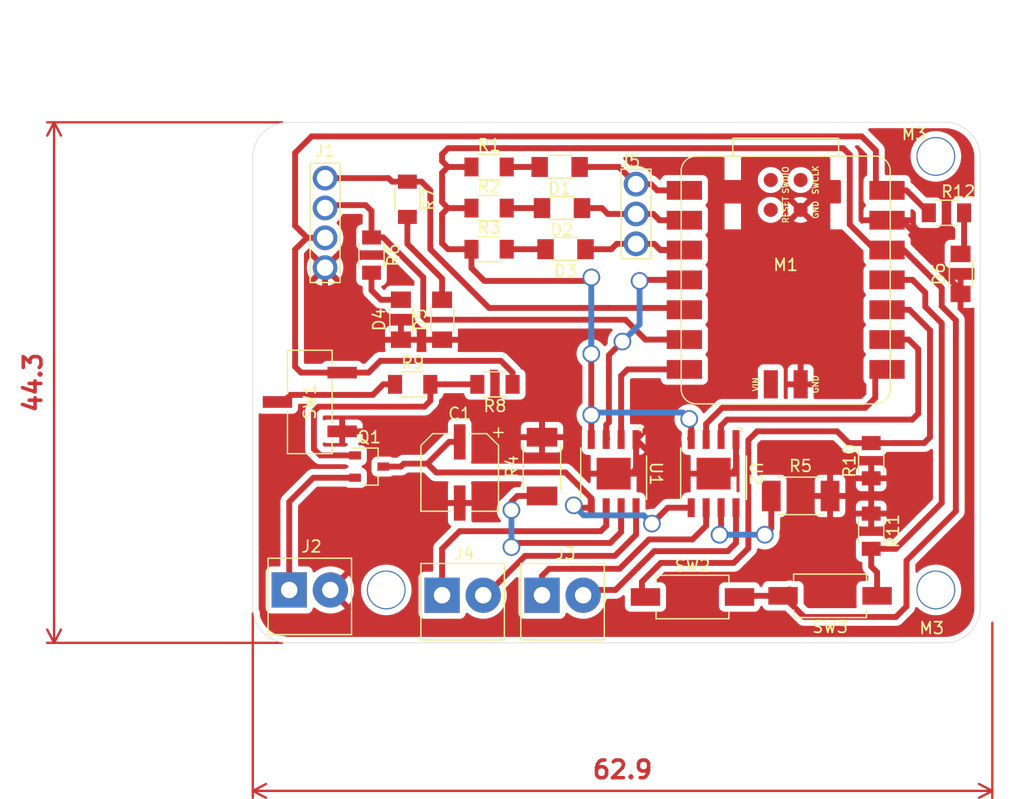
<source format=kicad_pcb>
(kicad_pcb
	(version 20241229)
	(generator "pcbnew")
	(generator_version "9.0")
	(general
		(thickness 1.6)
		(legacy_teardrops no)
	)
	(paper "A4")
	(layers
		(0 "F.Cu" signal)
		(2 "B.Cu" signal)
		(9 "F.Adhes" user "F.Adhesive")
		(11 "B.Adhes" user "B.Adhesive")
		(13 "F.Paste" user)
		(15 "B.Paste" user)
		(5 "F.SilkS" user "F.Silkscreen")
		(7 "B.SilkS" user "B.Silkscreen")
		(1 "F.Mask" user)
		(3 "B.Mask" user)
		(17 "Dwgs.User" user "User.Drawings")
		(19 "Cmts.User" user "User.Comments")
		(21 "Eco1.User" user "User.Eco1")
		(23 "Eco2.User" user "User.Eco2")
		(25 "Edge.Cuts" user)
		(27 "Margin" user)
		(31 "F.CrtYd" user "F.Courtyard")
		(29 "B.CrtYd" user "B.Courtyard")
		(35 "F.Fab" user)
		(33 "B.Fab" user)
		(39 "User.1" user)
		(41 "User.2" user)
		(43 "User.3" user)
		(45 "User.4" user)
	)
	(setup
		(pad_to_mask_clearance 0)
		(allow_soldermask_bridges_in_footprints no)
		(tenting front back)
		(pcbplotparams
			(layerselection 0x00000000_00000000_55555555_5755f5ff)
			(plot_on_all_layers_selection 0x00000000_00000000_00000000_00000000)
			(disableapertmacros no)
			(usegerberextensions no)
			(usegerberattributes yes)
			(usegerberadvancedattributes yes)
			(creategerberjobfile yes)
			(dashed_line_dash_ratio 12.000000)
			(dashed_line_gap_ratio 3.000000)
			(svgprecision 4)
			(plotframeref no)
			(mode 1)
			(useauxorigin no)
			(hpglpennumber 1)
			(hpglpenspeed 20)
			(hpglpendiameter 15.000000)
			(pdf_front_fp_property_popups yes)
			(pdf_back_fp_property_popups yes)
			(pdf_metadata yes)
			(pdf_single_document no)
			(dxfpolygonmode yes)
			(dxfimperialunits yes)
			(dxfusepcbnewfont yes)
			(psnegative no)
			(psa4output no)
			(plot_black_and_white yes)
			(sketchpadsonfab no)
			(plotpadnumbers no)
			(hidednponfab no)
			(sketchdnponfab yes)
			(crossoutdnponfab yes)
			(subtractmaskfromsilk no)
			(outputformat 1)
			(mirror no)
			(drillshape 0)
			(scaleselection 1)
			(outputdirectory "gerber/")
		)
	)
	(net 0 "")
	(net 1 "Net-(D1-A)")
	(net 2 "/DBG1")
	(net 3 "Net-(D2-A)")
	(net 4 "/DBG2")
	(net 5 "Net-(D3-A)")
	(net 6 "/DBG3")
	(net 7 "/SCL")
	(net 8 "/SDA")
	(net 9 "GND")
	(net 10 "/V_MTR")
	(net 11 "unconnected-(M1-SWCLK-Pad20)")
	(net 12 "Net-(D4-A)")
	(net 13 "Net-(D5-A)")
	(net 14 "unconnected-(M1-SWDIO-Pad17)")
	(net 15 "Net-(J2-Pin_1)")
	(net 16 "unconnected-(M1-RESET-Pad18)")
	(net 17 "Net-(J3-Pin_2)")
	(net 18 "Net-(J3-Pin_1)")
	(net 19 "Net-(J4-Pin_2)")
	(net 20 "Net-(J4-Pin_1)")
	(net 21 "Net-(M1-D6)")
	(net 22 "Net-(M1-D7)")
	(net 23 "Net-(M1-D8)")
	(net 24 "Net-(M1-D9)")
	(net 25 "Net-(D6-A)")
	(net 26 "Net-(M1-D10)")
	(net 27 "Net-(M1-D3)")
	(net 28 "Net-(Q1-G)")
	(net 29 "Net-(U1-RS)")
	(net 30 "Net-(U2-RS)")
	(net 31 "Net-(SW1-B)")
	(net 32 "5V")
	(net 33 "3V3")
	(footprint "fab:Button_CnK_PTS636.0_6x3.5mm" (layer "F.Cu") (at 119.8 95.6))
	(footprint "fab:LED_1206" (layer "F.Cu") (at 98.5 72 90))
	(footprint "fab:R_1206" (layer "F.Cu") (at 96 77.5))
	(footprint "fab:R_2010" (layer "F.Cu") (at 107 84.5 90))
	(footprint "fab:R_1206" (layer "F.Cu") (at 135 90 -90))
	(footprint "fab:R_1206" (layer "F.Cu") (at 103 77.5 180))
	(footprint "fab:TerminalBlock_OnShore_1x02_P3.50mm_Horizontal" (layer "F.Cu") (at 107 95.45))
	(footprint (layer "F.Cu") (at 93.75 95.45))
	(footprint "fab:TerminalBlock_OnShore_1x02_P3.50mm_Horizontal" (layer "F.Cu") (at 85.5 95))
	(footprint "fab:R_1206" (layer "F.Cu") (at 95.55 61.75 -90))
	(footprint "fab:R_2010" (layer "F.Cu") (at 129 87))
	(footprint "fab:PinHeader_01x04_P2.54mm_Vertical_THT_D1.4mm" (layer "F.Cu") (at 88.55 59.95))
	(footprint "fab:LED_1206" (layer "F.Cu") (at 142.6 68.1 90))
	(footprint "fab:SeeedStudio_XIAO_RP2040" (layer "F.Cu") (at 127.725 68.61))
	(footprint "fab:HSOP-8" (layer "F.Cu") (at 121.595 85.1 -90))
	(footprint "fab:TerminalBlock_OnShore_1x02_P3.50mm_Horizontal" (layer "F.Cu") (at 98.5 95.45))
	(footprint "fab:R_1206" (layer "F.Cu") (at 141.4 62.9))
	(footprint "fab:MountingHole_M3" (layer "F.Cu") (at 140.4 58.1))
	(footprint "fab:CP_Elec_100uF_Panasonic_EEE-FN1E101UL" (layer "F.Cu") (at 100 85 -90))
	(footprint "fab:LED_1206" (layer "F.Cu") (at 109 66 180))
	(footprint "fab:MountingHole_M3" (layer "F.Cu") (at 140 95))
	(footprint "fab:LED_1206" (layer "F.Cu") (at 95 72 90))
	(footprint "fab:R_1206" (layer "F.Cu") (at 102.5 66))
	(footprint "fab:PinHeader_01x03_P2.54mm_Vertical_THT_D1.4mm" (layer "F.Cu") (at 115 60.46))
	(footprint "fab:SOT-23-3" (layer "F.Cu") (at 92.3 84.5))
	(footprint "fab:LED_1206" (layer "F.Cu") (at 108.7 62.5 180))
	(footprint "fab:R_1206" (layer "F.Cu") (at 135 84 90))
	(footprint "fab:R_1206" (layer "F.Cu") (at 92.5 66.5 -90))
	(footprint "fab:Switch_Slide_Top_CnK_JS102011SCQN_8.5x3.5mm" (layer "F.Cu") (at 87.25 79 90))
	(footprint "fab:R_1206" (layer "F.Cu") (at 102.5 62.5))
	(footprint "fab:LED_1206" (layer "F.Cu") (at 108.5 59 180))
	(footprint "fab:HSOP-8" (layer "F.Cu") (at 113.095 85.1 -90))
	(footprint "fab:R_1206" (layer "F.Cu") (at 102.5 59))
	(footprint "fab:Button_CnK_PTS636.0_6x3.5mm" (layer "F.Cu") (at 131.5 95.5 180))
	(gr_arc
		(start 82.4 58.2)
		(mid 83.27868 56.07868)
		(end 85.4 55.2)
		(stroke
			(width 0.05)
			(type default)
		)
		(layer "Edge.Cuts")
		(uuid "2875a163-fad7-4e0f-84da-71bc6161211b")
	)
	(gr_arc
		(start 141.27868 55.2)
		(mid 143.4 56.07868)
		(end 144.27868 58.2)
		(stroke
			(width 0.05)
			(type default)
		)
		(layer "Edge.Cuts")
		(uuid "3f163cce-6f3f-48c2-ad21-be6b6fad2eb1")
	)
	(gr_line
		(start 82.4 96.5)
		(end 82.4 58.2)
		(stroke
			(width 0.05)
			(type default)
		)
		(layer "Edge.Cuts")
		(uuid "55e69050-8ac1-4575-b7a4-d28175af4513")
	)
	(gr_line
		(start 141.27868 99.5)
		(end 85.4 99.5)
		(stroke
			(width 0.05)
			(type default)
		)
		(layer "Edge.Cuts")
		(uuid "6d5b37c2-6f7c-4dac-968c-3541c8cc8b6c")
	)
	(gr_line
		(start 85.4 55.2)
		(end 141.2787 55.2)
		(stroke
			(width 0.05)
			(type default)
		)
		(layer "Edge.Cuts")
		(uuid "815a3530-7c67-4646-a8bf-c73b4ec7cfb3")
	)
	(gr_arc
		(start 85.4 99.5)
		(mid 83.27868 98.62132)
		(end 82.4 96.5)
		(stroke
			(width 0.05)
			(type default)
		)
		(layer "Edge.Cuts")
		(uuid "c12cbd0a-49a1-48e1-9443-b10ada5f9961")
	)
	(gr_line
		(start 144.27868 58.2)
		(end 144.27868 96.5)
		(stroke
			(width 0.05)
			(type default)
		)
		(layer "Edge.Cuts")
		(uuid "d6ada1e4-60c3-4bec-9776-3e0a9de639f0")
	)
	(gr_arc
		(start 144.27868 96.5)
		(mid 143.4 98.62132)
		(end 141.27868 99.5)
		(stroke
			(width 0.05)
			(type default)
		)
		(layer "Edge.Cuts")
		(uuid "f03a542d-61ef-4541-951b-0f036ef3899e")
	)
	(gr_text "${REFERENCE}"
		(at 124.1 50.32 90)
		(layer "F.Fab")
		(uuid "361f5a41-3e23-49bc-af99-56ee62d220f5")
		(effects
			(font
				(size 1 1)
				(thickness 0.15)
			)
		)
	)
	(dimension
		(type orthogonal)
		(layer "F.Cu")
		(uuid "4381515f-446e-4e85-925d-b3e9914d8192")
		(pts
			(xy 85.4 55.2) (xy 85.4 99.5)
		)
		(height -19.9)
		(orientation 1)
		(format
			(prefix "")
			(suffix "")
			(units 3)
			(units_format 0)
			(precision 4)
			(suppress_zeroes yes)
		)
		(style
			(thickness 0.2)
			(arrow_length 1.27)
			(text_position_mode 0)
			(arrow_direction outward)
			(extension_height 0.58642)
			(extension_offset 0.5)
			(keep_text_aligned yes)
		)
		(gr_text "44.3"
			(at 63.7 77.35 90)
			(layer "F.Cu")
			(uuid "4381515f-446e-4e85-925d-b3e9914d8192")
			(effects
				(font
					(size 1.5 1.5)
					(thickness 0.3)
				)
			)
		)
	)
	(dimension
		(type orthogonal)
		(layer "F.Cu")
		(uuid "dc6bce9e-9f30-46a2-894c-502e5561b9b2")
		(pts
			(xy 82.4 96.5) (xy 145.3 97.3)
		)
		(height 15.6)
		(orientation 0)
		(format
			(prefix "")
			(suffix "")
			(units 3)
			(units_format 0)
			(precision 4)
			(suppress_zeroes yes)
		)
		(style
			(thickness 0.2)
			(arrow_length 1.27)
			(text_position_mode 0)
			(arrow_direction outward)
			(extension_height 0.58642)
			(extension_offset 0.5)
			(keep_text_aligned yes)
		)
		(gr_text "62.9"
			(at 113.85 110.3 0)
			(layer "F.Cu")
			(uuid "dc6bce9e-9f30-46a2-894c-502e5561b9b2")
			(effects
				(font
					(size 1.5 1.5)
					(thickness 0.3)
				)
			)
		)
	)
	(segment
		(start 106.8 59)
		(end 104 59)
		(width 0.5)
		(layer "F.Cu")
		(net 1)
		(uuid "b5e37d35-c6cb-4a6f-82bf-c33815f75791")
	)
	(segment
		(start 115 60.46)
		(end 116.27 60.46)
		(width 0.5)
		(layer "F.Cu")
		(net 2)
		(uuid "625474ab-5495-4fb4-8b02-59b60d270576")
	)
	(segment
		(start 120.11 60.99)
		(end 116.8 60.99)
		(width 0.5)
		(layer "F.Cu")
		(net 2)
		(uuid "762726b7-4ee2-40cb-acf3-41d3fe8a48a2")
	)
	(segment
		(start 116.27 60.46)
		(end 116.8 60.99)
		(width 0.5)
		(layer "F.Cu")
		(net 2)
		(uuid "8aa0864b-7e24-4b7d-b331-fdbedb100342")
	)
	(segment
		(start 115.04 60.5)
		(end 113.54 59)
		(width 0.5)
		(layer "F.Cu")
		(net 2)
		(uuid "e52e88ab-4789-483a-83d2-ea3114535403")
	)
	(segment
		(start 113.54 59)
		(end 110.2 59)
		(width 0.5)
		(layer "F.Cu")
		(net 2)
		(uuid "fcf8c821-9234-42de-b1be-625a3461b43d")
	)
	(segment
		(start 107 62.5)
		(end 104 62.5)
		(width 0.5)
		(layer "F.Cu")
		(net 3)
		(uuid "c055fad6-d822-4a4e-8a20-d6c6627284f3")
	)
	(segment
		(start 120.11 63.53)
		(end 117 63.53)
		(width 0.5)
		(layer "F.Cu")
		(net 4)
		(uuid "16050f5c-4bca-4ae6-95da-0c09271cee5a")
	)
	(segment
		(start 112.1 62.5)
		(end 110.4 62.5)
		(width 0.5)
		(layer "F.Cu")
		(net 4)
		(uuid "28ef7c91-5866-4c26-b6e3-f2288daab1c6")
	)
	(segment
		(start 115 63)
		(end 116.47 63)
		(width 0.5)
		(layer "F.Cu")
		(net 4)
		(uuid "94c100d6-c02c-48da-99f6-23bbc57d4515")
	)
	(segment
		(start 115 63)
		(end 112.6 63)
		(width 0.5)
		(layer "F.Cu")
		(net 4)
		(uuid "9fd77681-e338-4d67-9d48-1dd228f42b50")
	)
	(segment
		(start 112.6 63)
		(end 112.1 62.5)
		(width 0.5)
		(layer "F.Cu")
		(net 4)
		(uuid "a7672e0f-388c-4458-b734-d5299c156e49")
	)
	(segment
		(start 115.04 63.04)
		(end 114.5 62.5)
		(width 0.5)
		(layer "F.Cu")
		(net 4)
		(uuid "c8161bf6-69e9-4b71-b811-7133b8348bc4")
	)
	(segment
		(start 116.47 63)
		(end 117 63.53)
		(width 0.5)
		(layer "F.Cu")
		(net 4)
		(uuid "d7b5f714-50e7-40c6-8473-e560e4a5abeb")
	)
	(segment
		(start 107.3 66)
		(end 104 66)
		(width 0.5)
		(layer "F.Cu")
		(net 5)
		(uuid "f0ce1b16-1076-4239-8e4e-c21e87fdf364")
	)
	(segment
		(start 115.04 65.54)
		(end 115 65.54)
		(width 0.5)
		(layer "F.Cu")
		(net 6)
		(uuid "29910fac-f8aa-4bf4-91bf-cbd3e21ae41d")
	)
	(segment
		(start 113.36 65.54)
		(end 112.9 66)
		(width 0.5)
		(layer "F.Cu")
		(net 6)
		(uuid "3daeb0bd-79d8-4330-b38e-bf4fee32249c")
	)
	(segment
		(start 115 65.54)
		(end 114.54 66)
		(width 0.5)
		(layer "F.Cu")
		(net 6)
		(uuid "4473f994-1c20-49c9-adf3-4440620d76d0")
	)
	(segment
		(start 115.08 65.58)
		(end 115.04 65.54)
		(width 0.5)
		(layer "F.Cu")
		(net 6)
		(uuid "496c2c4e-7200-4dec-a6f6-3ecb3f64d9a9")
	)
	(segment
		(start 120.11 66.07)
		(end 117.13 66.07)
		(width 0.5)
		(layer "F.Cu")
		(net 6)
		(uuid "7a6e76be-b0d3-4c3b-93aa-bfcc9cff0402")
	)
	(segment
		(start 112.9 66)
		(end 110.7 66)
		(width 0.5)
		(layer "F.Cu")
		(net 6)
		(uuid "7fca8ea3-737b-4474-af44-06bd85b3b9c5")
	)
	(segment
		(start 120.11 66.07)
		(end 117.07 66.07)
		(width 0.5)
		(layer "F.Cu")
		(net 6)
		(uuid "9d6608e4-ba33-4bc0-9220-7d8f8ae032be")
	)
	(segment
		(start 116.54 65.54)
		(end 117.07 66.07)
		(width 0.5)
		(layer "F.Cu")
		(net 6)
		(uuid "a2bd3c31-c5ea-4482-9bd9-d06f5c8af5e2")
	)
	(segment
		(start 116.54 65.54)
		(end 115 65.54)
		(width 0.5)
		(layer "F.Cu")
		(net 6)
		(uuid "db1862f1-8c6e-4fc7-99dd-815ea0187a78")
	)
	(segment
		(start 115 65.54)
		(end 113.36 65.54)
		(width 0.5)
		(layer "F.Cu")
		(net 6)
		(uuid "f39c9cf6-70fa-4f32-b2ac-7451d32141ab")
	)
	(segment
		(start 114.1 72)
		(end 115.79 73.69)
		(width 0.5)
		(layer "F.Cu")
		(net 7)
		(uuid "058f6c35-5d0a-45b7-b13e-3540fee89bfc")
	)
	(segment
		(start 92.5 65)
		(end 93.5 65)
		(width 0.5)
		(layer "F.Cu")
		(net 7)
		(uuid "16a85713-9ee9-4a3f-a62f-4c286ec1f06a")
	)
	(segment
		(start 93.5 65)
		(end 96.899 68.399)
		(width 0.5)
		(layer "F.Cu")
		(net 7)
		(uuid "57dec86c-ca95-40a8-b9d8-76ade12d2914")
	)
	(segment
		(start 88.79 62.25)
		(end 88.55 62.49)
		(width 0.5)
		(layer "F.Cu")
		(net 7)
		(uuid "5bf38772-2d20-40a5-b0a9-6556f54a666e")
	)
	(segment
		(start 92.5 62.75)
		(end 92.5 65)
		(width 0.5)
		(layer "F.Cu")
		(net 7)
		(uuid "6897a7d9-3724-4b87-bbe4-6d901bfa20f6")
	)
	(segment
		(start 92 62.25)
		(end 88.79 62.25)
		(width 0.5)
		(layer "F.Cu")
		(net 7)
		(uuid "969ecf23-6336-497b-a8c2-de1db362ba31")
	)
	(segment
		(start 92 62.25)
		(end 92.5 62.75)
		(width 0.5)
		(layer "F.Cu")
		(net 7)
		(uuid "a573a23a-06bc-412f-b6f1-b1a4e3e69cfe")
	)
	(segment
		(start 97.148 72)
		(end 114.1 72)
		(width 0.5)
		(layer "F.Cu")
		(net 7)
		(uuid "b68e8190-0ae7-4919-a17c-9ba59d1d36f7")
	)
	(segment
		(start 96.899 71.751)
		(end 97.148 72)
		(width 0.5)
		(layer "F.Cu")
		(net 7)
		(uuid "e12ecef5-6173-479f-b09a-e16e370fc324")
	)
	(segment
		(start 115.79 73.69)
		(end 120.11 73.69)
		(width 0.5)
		(layer "F.Cu")
		(net 7)
		(uuid "e5e2602e-f271-491e-9e50-cf40f1e5832c")
	)
	(segment
		(start 96.899 68.399)
		(end 96.899 71.751)
		(width 0.5)
		(layer "F.Cu")
		(net 7)
		(uuid "e75870fa-5ed2-4abc-a3db-1b3882c602c5")
	)
	(segment
		(start 102.5 71)
		(end 97.499 65.999)
		(width 0.5)
		(layer "F.Cu")
		(net 8)
		(uuid "0a1f9656-763e-4d98-bdd6-cb9b3dcd480d")
	)
	(segment
		(start 97.499 65.999)
		(end 97.499 60.999)
		(width 0.5)
		(layer "F.Cu")
		(net 8)
		(uuid "4138202f-c913-468c-b1d1-8fa7ac70f263")
	)
	(segment
		(start 120.06 71.2)
		(end 120.11 71.15)
		(width 0.5)
		(layer "F.Cu")
		(net 8)
		(uuid "48080d1e-7c44-4972-b531-d25caa962c5c")
	)
	(segment
		(start 112.749 71)
		(end 102.5 71)
		(width 0.5)
		(layer "F.Cu")
		(net 8)
		(uuid "635477c7-45c4-4b30-8578-0c567bb40aa5")
	)
	(segment
		(start 96.75 60.25)
		(end 95.55 60.25)
		(width 0.5)
		(layer "F.Cu")
		(net 8)
		(uuid "a3d0f50b-5931-429b-b2c4-d5762340b709")
	)
	(segment
		(start 97.499 60.999)
		(end 96.75 60.25)
		(width 0.5)
		(layer "F.Cu")
		(net 8)
		(uuid "ca6eab94-b5d7-4280-88b0-2263e0d80d63")
	)
	(segment
		(start 112.749 71)
		(end 119.96 71)
		(width 0.5)
		(layer "F.Cu")
		(net 8)
		(uuid "d3010cdc-ca3b-4ccf-8d8c-ec792aa8f509")
	)
	(segment
		(start 94.25 60.25)
		(end 93.95 59.95)
		(width 0.5)
		(layer "F.Cu")
		(net 8)
		(uuid "d5166135-cea2-48f3-910b-a0fdd10a7655")
	)
	(segment
		(start 119.96 71)
		(end 120.11 71.15)
		(width 0.5)
		(layer "F.Cu")
		(net 8)
		(uuid "e1be01d6-404a-421b-98f4-837e0ab0c1a7")
	)
	(segment
		(start 93.95 59.95)
		(end 88.55 59.95)
		(width 0.5)
		(layer "F.Cu")
		(net 8)
		(uuid "e2ffa72d-c0b7-4804-8d6c-0cf60cbbb429")
	)
	(segment
		(start 95.55 60.25)
		(end 94.25 60.25)
		(width 0.5)
		(layer "F.Cu")
		(net 8)
		(uuid "fc302540-390c-49b6-a13f-226edaa75f2d")
	)
	(segment
		(start 107 75)
		(end 107 82)
		(width 0.5)
		(layer "F.Cu")
		(net 9)
		(uuid "1d2b45e6-c493-435a-9c16-62ee7ed10927")
	)
	(segment
		(start 105.7 73.7)
		(end 107 75)
		(width 0.5)
		(layer "F.Cu")
		(net 9)
		(uuid "26297b88-1f80-4c19-a163-de72e235fc2a")
	)
	(segment
		(start 90.7 73.7)
		(end 88.55 71.55)
		(width 0.5)
		(layer "F.Cu")
		(net 9)
		(uuid "304cbd00-cb50-45bb-9f60-05ec4a9a141d")
	)
	(segment
		(start 115 84.7)
		(end 114.6 85.1)
		(width 0.5)
		(layer "F.Cu")
		(net 9)
		(uuid "30e21818-2b3a-4bb1-ba18-32a6865ca8e1")
	)
	(segment
		(start 140.5 67.384372)
		(end 142.6 69.484372)
		(width 0.5)
		(layer "F.Cu")
		(net 9)
		(uuid "478ccfa6-e09a-42e5-8170-32b520a0b53c")
	)
	(segment
		(start 142.6 69.484372)
		(end 142.6 69.8)
		(width 0.5)
		(layer "F.Cu")
		(net 9)
		(uuid "4a7d8b04-5167-4010-bb4f-5d8c85bf73c0")
	)
	(segment
		(start 88.55 71.55)
		(end 88.55 67.57)
		(width 0.5)
		(layer "F.Cu")
		(net 9)
		(uuid "59143219-d707-4ed4-b09b-9f646b42ece0")
	)
	(segment
		(start 137.607 63.53)
		(end 140.5 66.423)
		(width 0.5)
		(layer "F.Cu")
		(net 9)
		(uuid "5968cf13-bd17-4472-a13a-af1502099dbf")
	)
	(segment
		(start 95 73.7)
		(end 98.5 73.7)
		(width 0.5)
		(layer "F.Cu")
		(net 9)
		(uuid "7249026f-d652-430f-a015-5a604271ad8b")
	)
	(segment
		(start 135.345 63.53)
		(end 137.607 63.53)
		(width 0.5)
		(layer "F.Cu")
		(net 9)
		(uuid "770dc4ba-3339-453c-9d49-c7cdd56da554")
	)
	(segment
		(start 98.5 73.7)
		(end 105.7 73.7)
		(width 0.5)
		(layer "F.Cu")
		(net 9)
		(uuid "85c54945-0d40-42c0-be16-9109ecc25a22")
	)
	(segment
		(start 140.5 66.423)
		(end 140.5 67.384372)
		(width 0.5)
		(layer "F.Cu")
		(net 9)
		(uuid "8dc44368-bb9e-40c2-85a3-dd88cf28f696")
	)
	(segment
		(start 115 82.2)
		(end 115 84.7)
		(width 0.5)
		(layer "F.Cu")
		(net 9)
		(uuid "ab14521d-be7b-4838-927a-6436263f8d02")
	)
	(segment
		(start 121.595 85.1)
		(end 123.1 85.1)
		(width 0.5)
		(layer "F.Cu")
		(net 9)
		(uuid "ae5633e7-65fa-4da5-b72e-5f43bb9ef177")
	)
	(segment
		(start 123.5 84.7)
		(end 123.5 82.2)
		(width 0.5)
		(layer "F.Cu")
		(net 9)
		(uuid "b4afef76-408a-4be2-87a6-9327f075f2f6")
	)
	(segment
		(start 114.6 85.1)
		(end 113.095 85.1)
		(width 0.5)
		(layer "F.Cu")
		(net 9)
		(uuid "cbb6fd1a-9a2b-402f-af4a-1d26d1183bc5")
	)
	(segment
		(start 123.1 85.1)
		(end 123.5 84.7)
		(width 0.5)
		(layer "F.Cu")
		(net 9)
		(uuid "df504810-2a30-4b5b-b4e9-41f09b4b7fcd")
	)
	(segment
		(start 95 73.7)
		(end 90.7 73.7)
		(width 0.5)
		(layer "F.Cu")
		(net 9)
		(uuid "e2869cd0-a061-4ce0-849d-d0f8c9605e8d")
	)
	(segment
		(start 98 85)
		(end 97.25 84.25)
		(width 0.5)
		(layer "F.Cu")
		(net 10)
		(uuid "082fd6f2-2a88-4ff3-9993-2e015323f263")
	)
	(segment
		(start 99.9 82.5)
		(end 100 82.4)
		(width 0.5)
		(layer "F.Cu")
		(net 10)
		(uuid "0b6d5ff9-dd3a-486c-8fb4-326ab9abf340")
	)
	(segment
		(start 95.25 84.25)
		(end 95 84.5)
		(width 0.5)
		(layer "F.Cu")
		(net 10)
		(uuid "0e483f30-c2ea-4819-932e-b9b92f699d84")
	)
	(segment
		(start 111.19 87.19)
		(end 110.35 86.35)
		(width 0.5)
		(layer "F.Cu")
		(net 10)
		(uuid "1a0aad9e-0c1e-4d65-bfb0-ca9e51c2109e")
	)
	(segment
		(start 99.1 82.4)
		(end 100 82.4)
		(width 0.5)
		(layer "F.Cu")
		(net 10)
		(uuid "30ecc8d4-3f6e-4364-b751-464e4851f15c")
	)
	(segment
		(start 109 85)
		(end 98 85)
		(width 0.5)
		(layer "F.Cu")
		(net 10)
		(uuid "486bf95b-9ebf-45a4-8d97-dbb3c3296eb5")
	)
	(segment
		(start 109.9 88)
		(end 111.19 88)
		(width 0.5)
		(layer "F.Cu")
		(net 10)
		(uuid "4b1ab848-7abb-41fe-883a-a910fcd96c76")
	)
	(segment
		(start 97.25 84.25)
		(end 95.25 84.25)
		(width 0.5)
		(layer "F.Cu")
		(net 10)
		(uuid "63197505-5b67-41f5-9490-bd6bdb701bab")
	)
	(segment
		(start 110.35 86.35)
		(end 109 85)
		(width 0.5)
		(layer "F.Cu")
		(net 10)
		(uuid "6d0f463e-6f21-4768-a833-772a5c2027c0")
	)
	(segment
		(start 111.19 88)
		(end 111.19 87.19)
		(width 0.5)
		(layer "F.Cu")
		(net 10)
		(uuid "6e7b77b5-9ad7-4620-9727-e3e8799f556d")
	)
	(segment
		(start 97.5 84)
		(end 99.1 82.4)
		(width 0.5)
		(layer "F.Cu")
		(net 10)
		(uuid "959fca75-7863-47f0-8757-a009a7d864d4")
	)
	(segment
		(start 117.700001 88)
		(end 119.69 88)
		(width 0.5)
		(layer "F.Cu")
		(net 10)
		(uuid "9b2eaeb6-3fd9-472e-a612-d866c5b103e7")
	)
	(segment
		(start 109.7 87.95)
		(end 109.7 87.8)
		(width 0.5)
		(layer "F.Cu")
		(net 10)
		(uuid "a2581ef4-5310-4228-8104-b8976b06b205")
	)
	(segment
		(start 116.35 89.350001)
		(end 117.700001 88)
		(width 0.5)
		(layer "F.Cu")
		(net 10)
		(uuid "a6a062eb-574c-48eb-9cda-571828196ad6")
	)
	(segment
		(start 95 84.5)
		(end 93.5 84.5)
		(width 0.5)
		(layer "F.Cu")
		(net 10)
		(uuid "bc19c4af-0b82-4bd6-9966-b2947285a4e0")
	)
	(segment
		(start 97.25 84.25)
		(end 97.5 84)
		(width 0.5)
		(layer "F.Cu")
		(net 10)
		(uuid "bc49c030-3339-42d4-96a7-b62fb9639a9d")
	)
	(segment
		(start 109.7 87.8)
		(end 109.9 88)
		(width 0.5)
		(layer "F.Cu")
		(net 10)
		(uuid "d43464e5-bb02-4ec4-87b2-8febf6df41e4")
	)
	(via
		(at 116.35 89.350001)
		(size 1.5)
		(drill 1.2)
		(layers "F.Cu" "B.Cu")
		(net 10)
		(uuid "5b70f218-6f1f-4e46-98fc-70d751aa8ad4")
	)
	(via
		(at 109.7 87.8)
		(size 1.5)
		(drill 1.2)
		(layers "F.Cu" "B.Cu")
		(net 10)
		(uuid "6a494c05-4c99-4152-a3eb-569d86c138ed")
	)
	(segment
		(start 110.55 88.65)
		(end 115.649999 88.65)
		(width 0.5)
		(layer "B.Cu")
		(net 10)
		(uuid "6abb9630-cf2b-4141-9c13-bf4404d2b7c2")
	)
	(segment
		(start 115.649999 88.65)
		(end 116.35 89.350001)
		(width 0.5)
		(layer "B.Cu")
		(net 10)
		(uuid "ba51275c-8c5d-4c8a-813c-bd1f3e3820fb")
	)
	(segment
		(start 109.7 87.8)
		(end 110.55 88.65)
		(width 0.5)
		(layer "B.Cu")
		(net 10)
		(uuid "f23e5b39-6154-4043-93a7-ed4b30ca72b9")
	)
	(segment
		(start 92.5 69.5)
		(end 93.3 70.3)
		(width 0.5)
		(layer "F.Cu")
		(net 12)
		(uuid "0ef0c8bf-c76e-40a0-9d92-4f4df1c2712d")
	)
	(segment
		(start 93.3 70.3)
		(end 95 70.3)
		(width 0.5)
		(layer "F.Cu")
		(net 12)
		(uuid "6c302fdc-9df0-472e-8592-036a18f297d1")
	)
	(segment
		(start 92.5 68)
		(end 92.5 69.5)
		(width 0.5)
		(layer "F.Cu")
		(net 12)
		(uuid "83858437-e3c7-4ef0-b865-dd2384874f19")
	)
	(segment
		(start 95.55 65.55)
		(end 98.5 68.5)
		(width 0.5)
		(layer "F.Cu")
		(net 13)
		(uuid "01abdeda-18c3-4e25-9e5b-ac336e9fee9d")
	)
	(segment
		(start 98.5 68.5)
		(end 98.5 70.3)
		(width 0.5)
		(layer "F.Cu")
		(net 13)
		(uuid "95deef4a-cd45-4c1b-be1e-743614bc31b4")
	)
	(segment
		(start 95.55 63.25)
		(end 95.55 65.55)
		(width 0.5)
		(layer "F.Cu")
		(net 13)
		(uuid "cfadd6fc-8611-4aa8-b107-13610c35c772")
	)
	(segment
		(start 85.5 87.5)
		(end 85.5 95)
		(width 0.5)
		(layer "F.Cu")
		(net 15)
		(uuid "075495c2-21aa-4cd0-82ca-c78078e71395")
	)
	(segment
		(start 91.1 85.45)
		(end 87.55 85.45)
		(width 0.5)
		(layer "F.Cu")
		(net 15)
		(uuid "4b6a75f7-f854-4d4e-b321-191802ba02c9")
	)
	(segment
		(start 87.55 85.45)
		(end 85.5 87.5)
		(width 0.5)
		(layer "F.Cu")
		(net 15)
		(uuid "5438da7b-0a41-40da-8dc6-65c8239886ce")
	)
	(segment
		(start 123.5 91)
		(end 123.5 88)
		(width 0.5)
		(layer "F.Cu")
		(net 17)
		(uuid "1187a90c-7dad-4ae6-bbae-2108a7cbc89b")
	)
	(segment
		(start 113.25 95)
		(end 116.55 91.7)
		(width 0.5)
		(layer "F.Cu")
		(net 17)
		(uuid "17f63ce1-452e-4542-9738-0110143f9ee4")
	)
	(segment
		(start 122.8 91.7)
		(end 123.5 91)
		(width 0.5)
		(layer "F.Cu")
		(net 17)
		(uuid "5e4ba9de-59f8-4c77-ae56-df697dcaf906")
	)
	(segment
		(start 116.55 91.7)
		(end 122.8 91.7)
		(width 0.5)
		(layer "F.Cu")
		(net 17)
		(uuid "858d48b2-e633-4138-ad7e-f35b023797a1")
	)
	(segment
		(start 110.5 95)
		(end 113.25 95)
		(width 0.5)
		(layer "F.Cu")
		(net 17)
		(uuid "acf4cbde-7420-4396-96e0-9cab6f2dc581")
	)
	(segment
		(start 116.1 90.7)
		(end 119.8 90.7)
		(width 0.5)
		(layer "F.Cu")
		(net 18)
		(uuid "08e6e77d-ef98-4128-a8e6-604c8d00d93a")
	)
	(segment
		(start 119.8 90.7)
		(end 120.96 89.54)
		(width 0.5)
		(layer "F.Cu")
		(net 18)
		(uuid "0e68dd18-f0ff-44ba-8b7b-1613c043b10d")
	)
	(segment
		(start 107.6 93.2)
		(end 109.566605 93.2)
		(width 0.5)
		(layer "F.Cu")
		(net 18)
		(uuid "118be34a-b712-4e9e-96b9-9fd10ea225bd")
	)
	(segment
		(start 109.566605 93.2)
		(end 109.567605 93.199)
		(width 0.5)
		(layer "F.Cu")
		(net 18)
		(uuid "4bff3160-0861-48fe-aff8-90a4722736be")
	)
	(segment
		(start 109.567605 93.199)
		(end 111.432395 93.199)
		(width 0.5)
		(layer "F.Cu")
		(net 18)
		(uuid "4ee75a6d-e446-4e5f-b2d7-31ae774c1c35")
	)
	(segment
		(start 107 94)
		(end 107 93.8)
		(width 0.5)
		(layer "F.Cu")
		(net 18)
		(uuid "60b0c2d1-f839-4af5-b246-32bfaafe8d55")
	)
	(segment
		(start 113.6 93.2)
		(end 116.1 90.7)
		(width 0.5)
		(layer "F.Cu")
		(net 18)
		(uuid "673b633b-cc6b-46f8-928c-4cfdcc6babfa")
	)
	(segment
		(start 111.432395 93.199)
		(end 111.433395 93.2)
		(width 0.5)
		(layer "F.Cu")
		(net 18)
		(uuid "78eef7ae-886c-4c83-9edd-5c3ad76c09a7")
	)
	(segment
		(start 120.96 89.54)
		(end 120.96 88)
		(width 0.5)
		(layer "F.Cu")
		(net 18)
		(uuid "b9fdf2d4-c261-4d0a-8360-d327022cc4ca")
	)
	(segment
		(start 111.433395 93.2)
		(end 113.6 93.2)
		(width 0.5)
		(layer "F.Cu")
		(net 18)
		(uuid "d18f359e-3523-4ef6-b6d8-775a2548a7b4")
	)
	(segment
		(start 107 93.8)
		(end 107.6 93.2)
		(width 0.5)
		(layer "F.Cu")
		(net 18)
		(uuid "e2783670-9c70-401f-95c7-f29d5f0a3eae")
	)
	(segment
		(start 115 90.299)
		(end 115 88)
		(width 0.5)
		(layer "F.Cu")
		(net 19)
		(uuid "523846ce-07c6-440d-abb6-5e538cc2640d")
	)
	(segment
		(start 102 95.45)
		(end 102.210603 95.45)
		(width 0.5)
		(layer "F.Cu")
		(net 19)
		(uuid "9bead0a2-7bbd-4ce0-97eb-268e5d8d4ea7")
	)
	(segment
		(start 113.199 92.1)
		(end 115 90.299)
		(width 0.5)
		(layer "F.Cu")
		(net 19)
		(uuid "a3734f30-a447-46d1-bcb7-270765b3425c")
	)
	(segment
		(start 105.560603 92.1)
		(end 113.199 92.1)
		(width 0.5)
		(layer "F.Cu")
		(net 19)
		(uuid "ac1e3077-46e1-464b-a973-31e9c14c0559")
	)
	(segment
		(start 102.210603 95.45)
		(end 105.560603 92.1)
		(width 0.5)
		(layer "F.Cu")
		(net 19)
		(uuid "ad58e542-4ae8-44f7-a368-c8d4b37ade3a")
	)
	(segment
		(start 112 90)
		(end 100 90)
		(width 0.5)
		(layer "F.Cu")
		(net 20)
		(uuid "3fb0cd83-4c76-4cc6-a70b-d6db0f2e4356")
	)
	(segment
		(start 112.46 88)
		(end 112.46 89.54)
		(width 0.5)
		(layer "F.Cu")
		(net 20)
		(uuid "47cf8a0b-234b-41de-b13f-e10ce8763df6")
	)
	(segment
		(start 112.46 89.54)
		(end 112 90)
		(width 0.5)
		(layer "F.Cu")
		(net 20)
		(uuid "6419265c-9c63-4384-a693-883ee561e8ed")
	)
	(segment
		(start 100 90)
		(end 98.5 91.5)
		(width 0.5)
		(layer "F.Cu")
		(net 20)
		(uuid "6684f5e1-8280-4358-9dc4-24655231b3c5")
	)
	(segment
		(start 98.5 91.5)
		(end 98.5 94)
		(width 0.5)
		(layer "F.Cu")
		(net 20)
		(uuid "beb8c02e-0b7e-40f8-a73a-c5993445943b")
	)
	(segment
		(start 113.73 76.77)
		(end 114.27 76.23)
		(width 0.5)
		(layer "F.Cu")
		(net 21)
		(uuid "33fd2920-2bcc-45f0-a9f8-cac7d1819970")
	)
	(segment
		(start 114.27 76.23)
		(end 120.11 76.23)
		(width 0.5)
		(layer "F.Cu")
		(net 21)
		(uuid "a3134dab-5a66-4314-9a93-0e529dd0f14b")
	)
	(segment
		(start 113.73 82.2)
		(end 113.73 76.77)
		(width 0.5)
		(layer "F.Cu")
		(net 21)
		(uuid "ea38dde6-feeb-4e9b-8b83-004511edd220")
	)
	(segment
		(start 120.96 80.868)
		(end 122.328 79.5)
		(width 0.5)
		(layer "F.Cu")
		(net 22)
		(uuid "18566580-1034-4e05-95f0-2022a4293425")
	)
	(segment
		(start 135.345 78.655)
		(end 135.345 76.23)
		(width 0.5)
		(layer "F.Cu")
		(net 22)
		(uuid "43721459-7e74-4089-a410-0235de649c81")
	)
	(segment
		(start 122.328 79.5)
		(end 134.5 79.5)
		(width 0.5)
		(layer "F.Cu")
		(net 22)
		(uuid "4b12c042-2e1e-4f6d-9cb1-318998a4d49d")
	)
	(segment
		(start 120.96 82.2)
		(end 120.96 80.868)
		(width 0.5)
		(layer "F.Cu")
		(net 22)
		(uuid "505e6fc6-8823-44f8-a89f-048331974344")
	)
	(segment
		(start 134.5 79.5)
		(end 135.345 78.655)
		(width 0.5)
		(layer "F.Cu")
		(net 22)
		(uuid "d10a6bda-3e02-4eaa-895a-7db7a25d9476")
	)
	(segment
		(start 138.19 73.69)
		(end 135.345 73.69)
		(width 0.5)
		(layer "F.Cu")
		(net 23)
		(uuid "3e719ffc-c8ac-45ba-b547-349b957fecd4")
	)
	(segment
		(start 122.23 82.2)
		(end 122.23 81.013628)
		(width 0.5)
		(layer "F.Cu")
		(net 23)
		(uuid "5569e8ae-071c-44ca-99d6-a9ad91889899")
	)
	(segment
		(start 139 74.5)
		(end 138.19 73.69)
		(width 0.5)
		(layer "F.Cu")
		(net 23)
		(uuid "a3bf9ceb-4d46-48ea-bb5f-89f755083f34")
	)
	(segment
		(start 139 80)
		(end 139 74.5)
		(width 0.5)
		(layer "F.Cu")
		(net 23)
		(uuid "a9ad57cf-93f8-4219-8a2c-56bfe586b53a")
	)
	(segment
		(start 122.742628 80.501)
		(end 138.499 80.501)
		(width 0.5)
		(layer "F.Cu")
		(net 23)
		(uuid "f575187c-729f-4797-a1d4-7be8526a6d2e")
	)
	(segment
		(start 122.23 81.013628)
		(end 122.742628 80.501)
		(width 0.5)
		(layer "F.Cu")
		(net 23)
		(uuid "fa73d950-1c71-461f-97ce-d05fb20722e6")
	)
	(segment
		(start 138.499 80.501)
		(end 139 80)
		(width 0.5)
		(layer "F.Cu")
		(net 23)
		(uuid "fd19ea38-b655-4609-82bd-5a78ce1432cf")
	)
	(segment
		(start 115.5 94.3)
		(end 117.1 92.7)
		(width 0.5)
		(layer "F.Cu")
		(net 24)
		(uuid "1737a69a-e1dd-4349-b25a-556867b77ad6")
	)
	(segment
		(start 132.102 81.502)
		(end 133.1 82.5)
		(width 0.5)
		(layer "F.Cu")
		(net 24)
		(uuid "2a51511c-27c2-43cd-a6d6-41cd67073399")
	)
	(segment
		(start 117.1 92.7)
		(end 123.3 92.7)
		(width 0.5)
		(layer "F.Cu")
		(net 24)
		(uuid "30257f72-b161-40a7-b833-4cc39d6e78f5")
	)
	(segment
		(start 124.551 91.449)
		(end 124.551 82.249)
		(width 0.5)
		(layer "F.Cu")
		(net 24)
		(uuid "38f9ac69-a7dd-413f-bd8e-36732b6428fc")
	)
	(segment
		(start 125.298 81.502)
		(end 132.102 81.502)
		(width 0.5)
		(layer "F.Cu")
		(net 24)
		(uuid "4e9e9438-b3f1-444c-b96a-e5786bfa19ae")
	)
	(segment
		(start 123.3 92.7)
		(end 124.551 91.449)
		(width 0.5)
		(layer "F.Cu")
		(net 24)
		(uuid "60211e38-5545-436a-939b-1b9ae93b6206")
	)
	(segment
		(start 140 72.9)
		(end 138.25 71.15)
		(width 0.5)
		(layer "F.Cu")
		(net 24)
		(uuid "6efb3351-8b19-4caa-b6a1-eda2d7f07354")
	)
	(segment
		(start 115.8 95.6)
		(end 115.5 95.3)
		(width 0.5)
		(layer "F.Cu")
		(net 24)
		(uuid "7af6b3c0-008a-416c-9681-046f19ae58ae")
	)
	(segment
		(start 135 82.5)
		(end 139.5 82.5)
		(width 0.5)
		(layer "F.Cu")
		(net 24)
		(uuid "80ac4ae8-afe5-42fb-9a20-8dc0190b68f6")
	)
	(segment
		(start 133.1 82.5)
		(end 135 82.5)
		(width 0.5)
		(layer "F.Cu")
		(net 24)
		(uuid "86d7f078-aa0f-4fcd-814d-2a4a23263041")
	)
	(segment
		(start 124.551 82.249)
		(end 125.298 81.502)
		(width 0.5)
		(layer "F.Cu")
		(net 24)
		(uuid "8ffc13bb-cf51-4e07-9cac-f17685bc1d8b")
	)
	(segment
		(start 115.5 95.3)
		(end 115.5 94.3)
		(width 0.5)
		(layer "F.Cu")
		(net 24)
		(uuid "b76e80c3-41ca-4ea5-bcd3-05bf34388ee1")
	)
	(segment
		(start 139.5 82.5)
		(end 140 82)
		(width 0.5)
		(layer "F.Cu")
		(net 24)
		(uuid "b9944f2d-5dff-4122-99c7-cff76d6dc0d8")
	)
	(segment
		(start 138.25 71.15)
		(end 135.345 71.15)
		(width 0.5)
		(layer "F.Cu")
		(net 24)
		(uuid "d719fb65-5761-45a9-90cd-223ba42a751b")
	)
	(segment
		(start 140 82)
		(end 140 72.9)
		(width 0.5)
		(layer "F.Cu")
		(net 24)
		(uuid "db004027-fd44-4049-9345-cc4214f0d7c9")
	)
	(segment
		(start 142.9 66.1)
		(end 142.6 66.4)
		(width 0.5)
		(layer "F.Cu")
		(net 25)
		(uuid "0974346e-16e4-4dae-afb1-b7d6454381ed")
	)
	(segment
		(start 142.9 62.9)
		(end 142.9 66.1)
		(width 0.5)
		(layer "F.Cu")
		(net 25)
		(uuid "4c9b74b3-ecb8-4ae7-9935-8c67e8619679")
	)
	(segment
		(start 135.5 93.5)
		(end 135.5 95.5)
		(width 0.5)
		(layer "F.Cu")
		(net 26)
		(uuid "0d7458ea-0cd5-415b-8cfc-b7f6cab66c88")
	)
	(segment
		(start 141 72.3)
		(end 139.6 70.9)
		(width 0.5)
		(layer "F.Cu")
		(net 26)
		(uuid "1e5a63ad-a92c-4eb6-9fb2-ead8239a5463")
	)
	(segment
		(start 138.51 68.61)
		(end 135.345 68.61)
		(width 0.5)
		(layer "F.Cu")
		(net 26)
		(uuid "2f4c0adb-6dfe-4fe6-b743-21235804bea3")
	)
	(segment
		(start 135 93)
		(end 135.5 93.5)
		(width 0.5)
		(layer "F.Cu")
		(net 26)
		(uuid "40cad39d-51db-4b94-8738-e75e073d121f")
	)
	(segment
		(start 135 91.5)
		(end 137.1 91.5)
		(width 0.5)
		(layer "F.Cu")
		(net 26)
		(uuid "4c482839-141c-4b13-ba3b-0c9e5d86e956")
	)
	(segment
		(start 139.6 70.9)
		(end 139.6 69.7)
		(width 0.5)
		(layer "F.Cu")
		(net 26)
		(uuid "50982e20-de64-4756-8aa1-26818ada0831")
	)
	(segment
		(start 141 87.6)
		(end 141 80.5)
		(width 0.5)
		(layer "F.Cu")
		(net 26)
		(uuid "7fad907f-933a-4dab-8f3a-b60ed3f3021a")
	)
	(segment
		(start 139.6 69.7)
		(end 138.51 68.61)
		(width 0.5)
		(layer "F.Cu")
		(net 26)
		(uuid "ae1db5ce-a3ce-4672-bec4-f61211d63617")
	)
	(segment
		(start 135 91.5)
		(end 135 93)
		(width 0.5)
		(layer "F.Cu")
		(net 26)
		(uuid "bf13cd58-4e4c-4b5b-9b1f-c20a231e27e5")
	)
	(segment
		(start 141 80.5)
		(end 141 72.3)
		(width 0.5)
		(layer "F.Cu")
		(net 26)
		(uuid "cadd659b-071d-4f6b-9da2-82e9dd4559f3")
	)
	(segment
		(start 137.1 91.5)
		(end 141 87.6)
		(width 0.5)
		(layer "F.Cu")
		(net 26)
		(uuid "ea607956-4881-4696-a2cc-3ec4678b1fb7")
	)
	(segment
		(start 113.839339 73.860661)
		(end 112.691 75.009)
		(width 0.5)
		(layer "F.Cu")
		(net 27)
		(uuid "23307f78-34e5-4fa5-884d-3357e1eb4d62")
	)
	(segment
		(start 112.691 80.731735)
		(end 112.46 80.962735)
		(width 0.5)
		(layer "F.Cu")
		(net 27)
		(uuid "2e44385a-2b45-4ff1-8790-7595c3d52736")
	)
	(segment
		(start 112.46 82.2)
		(end 112.551 82.109)
		(width 0.5)
		(layer "F.Cu")
		(net 27)
		(uuid "4965ff8c-7a3c-497d-91c3-2c50d2927b35")
	)
	(segment
		(start 115.69 68.61)
		(end 115.6 68.7)
		(width 0.5)
		(layer "F.Cu")
		(net 27)
		(uuid "6be0014d-0c06-4458-9b1f-7a62b883ca55")
	)
	(segment
		(start 112.46 80.962735)
		(end 112.46 82.2)
		(width 0.5)
		(layer "F.Cu")
		(net 27)
		(uuid "82a040ab-1d7a-4cfc-9d1a-b143e72bae4c")
	)
	(segment
		(start 120.11 68.61)
		(end 115.69 68.61)
		(width 0.5)
		(layer "F.Cu")
		(net 27)
		(uuid "973931d6-2847-4b52-bf28-ef378620fd7d")
	)
	(segment
		(start 112.691 75.009)
		(end 112.691 80.731735)
		(width 0.5)
		(layer "F.Cu")
		(net 27)
		(uuid "da8454e8-2689-4016-8c4c-c1e881b65853")
	)
	(via
		(at 115.3 68.7)
		(size 1.5)
		(drill 1.2)
		(layers "F.Cu" "B.Cu")
		(net 27)
		(uuid "a9d14e1f-9fe2-4175-bbfe-347b336da77b")
	)
	(via
		(at 113.839339 73.860661)
		(size 1.5)
		(drill 1.2)
		(layers "F.Cu" "B.Cu")
		(net 27)
		(uuid "ca2d457b-674a-4db5-92f2-5980015a724c")
	)
	(segment
		(start 115.3 72.4)
		(end 115.3 68.7)
		(width 0.5)
		(layer "B.Cu")
		(net 27)
		(uuid "72e0f8e8-11c0-44d9-a3be-7cb0939d9c80")
	)
	(segment
		(start 113.839339 73.860661)
		(end 115.3 72.4)
		(width 0.5)
		(layer "B.Cu")
		(net 27)
		(uuid "8ec3e6a2-dc41-408b-ad87-b97abdf71c1b")
	)
	(segment
		(start 101.5 77.5)
		(end 97.5 77.5)
		(width 0.5)
		(layer "F.Cu")
		(net 28)
		(uuid "0f7f60b3-f860-4b29-8144-9d5d8a36f4f9")
	)
	(segment
		(start 87.6 83)
		(end 88.15 83.55)
		(width 0.5)
		(layer "F.Cu")
		(net 28)
		(uuid "105eb2f9-5cdd-4fb1-8076-6f43dd55d2cc")
	)
	(segment
		(start 87.6 79.8)
		(end 87.6 83)
		(width 0.5)
		(layer "F.Cu")
		(net 28)
		(uuid "36e0b5b6-c20a-45c8-bd7a-d5b957d7bec5")
	)
	(segment
		(start 97.5 78.9)
		(end 97 79.4)
		(width 0.5)
		(layer "F.Cu")
		(net 28)
		(uuid "651b7ec1-a5f2-478a-8860-d0a64fdc71a4")
	)
	(segment
		(start 97.5 77.5)
		(end 97.5 78.9)
		(width 0.5)
		(layer "F.Cu")
		(net 28)
		(uuid "6c49df20-1e8b-40f9-a29a-312a8ba2da27")
	)
	(segment
		(start 88 79.4)
		(end 87.6 79.8)
		(width 0.5)
		(layer "F.Cu")
		(net 28)
		(uuid "e061eefc-e0a6-4f69-b8de-8562b97a7de8")
	)
	(segment
		(start 97 79.4)
		(end 88 79.4)
		(width 0.5)
		(layer "F.Cu")
		(net 28)
		(uuid "ed2b3bda-3cf1-401b-a168-8f01cf5738f9")
	)
	(segment
		(start 88.15 83.55)
		(end 91.1 83.55)
		(width 0.5)
		(layer "F.Cu")
		(net 28)
		(uuid "f3a0d29e-45d7-4ece-8642-fa0cba07f61e")
	)
	(segment
		(start 112.799 91.001)
		(end 113.73 90.07)
		(width 0.5)
		(layer "F.Cu")
		(net 29)
		(uuid "03b386ca-6c2c-42a3-851f-6f11015c935f")
	)
	(segment
		(start 104.749 91.001)
		(end 112.799 91.001)
		(width 0.5)
		(layer "F.Cu")
		(net 29)
		(uuid "15371a90-f16c-451d-97c5-d199e2b686b5")
	)
	(segment
		(start 113.73 89)
		(end 113.73 88)
		(width 0.5)
		(layer "F.Cu")
		(net 29)
		(uuid "1b74c027-882f-47ef-9366-6814ca5c36c4")
	)
	(segment
		(start 104.4 87.5)
		(end 104.9 87)
		(width 0.5)
		(layer "F.Cu")
		(net 29)
		(uuid "50d3be9b-e039-4ff0-9e12-ae617ce1e71a")
	)
	(segment
		(start 104.9 87)
		(end 107 87)
		(width 0.5)
		(layer "F.Cu")
		(net 29)
		(uuid "87230f8e-c441-4b28-acd1-4d8f598b95e9")
	)
	(segment
		(start 113.73 90.07)
		(end 113.73 89)
		(width 0.5)
		(layer "F.Cu")
		(net 29)
		(uuid "973f2f75-0750-448e-8833-1eb436e76ab0")
	)
	(segment
		(start 104.4 91.35)
		(end 104.749 91.001)
		(width 0.5)
		(layer "F.Cu")
		(net 29)
		(uuid "a1ba0d5c-7094-4ee4-84e7-60c7d35e0434")
	)
	(segment
		(start 104.4 88.2)
		(end 104.4 87.5)
		(width 0.5)
		(layer "F.Cu")
		(net 29)
		(uuid "d60212f2-a52e-441d-a3f0-c8b344376c92")
	)
	(segment
		(start 113.73 89.73)
		(end 113.73 89)
		(width 0.5)
		(layer "F.Cu")
		(net 29)
		(uuid "fba655a9-56a2-4502-be98-e00b7588a8d3")
	)
	(via
		(at 104.4 91.35)
		(size 1.5)
		(drill 1.2)
		(layers "F.Cu" "B.Cu")
		(net 29)
		(uuid "1f25aa83-4d31-495d-9649-92680b378e7e")
	)
	(via
		(at 104.4 88.2)
		(size 1.5)
		(drill 1.2)
		(layers "F.Cu" "B.Cu")
		(net 29)
		(uuid "9b054f21-7b8a-455f-b988-509cb47199d4")
	)
	(segment
		(start 104.4 88.2)
		(end 104.4 91.35)
		(width 0.5)
		(layer "B.Cu")
		(net 29)
		(uuid "eddd2b74-55d6-4eb6-b51b-36064fbd1e44")
	)
	(segment
		(start 122.1 89.984372)
		(end 122.192186 89.892186)
		(width 0.5)
		(layer "F.Cu")
		(net 30)
		(uuid "0e20ec92-c2eb-4f20-835e-b06ff5a75a5b")
	)
	(segment
		(start 126.5 89.75)
		(end 125.95 90.3)
		(width 0.5)
		(layer "F.Cu")
		(net 30)
		(uuid "4db2470d-23ab-47d1-b75f-080e3621ad25")
	)
	(segment
		(start 126.5 87)
		(end 126.5 89.75)
		(width 0.5)
		(layer "F.Cu")
		(net 30)
		(uuid "9334b15b-f7f9-4c8f-96f1-77a8d2d1290e")
	)
	(segment
		(start 122.23 90.17)
		(end 122.1 90.3)
		(width 0.5)
		(layer "F.Cu")
		(net 30)
		(uuid "b1a7f9a1-ce2f-458b-9154-e1a067aabd2e")
	)
	(segment
		(start 122.23 88)
		(end 122.23 90.17)
		(width 0.5)
		(layer "F.Cu")
		(net 30)
		(uuid "b7c19be1-630e-45ec-a372-8766d954c0ce")
	)
	(segment
		(start 122.1 90.3)
		(end 122.1 89.984372)
		(width 0.5)
		(layer "F.Cu")
		(net 30)
		(uuid "fec8f4e4-694a-4bfc-a044-40634bc876c9")
	)
	(via
		(at 125.95 90.3)
		(size 1.5)
		(drill 1.2)
		(layers "F.Cu" "B.Cu")
		(net 30)
		(uuid "79378137-0958-4a7b-837f-adb7476481b0")
	)
	(via
		(at 122.1 90.3)
		(size 1.5)
		(drill 1.2)
		(layers "F.Cu" "B.Cu")
		(net 30)
		(uuid "e6c1726b-3cbf-46bf-b455-dfd4180548cd")
	)
	(segment
		(start 122.1 90.3)
		(end 125.95 90.3)
		(width 0.5)
		(layer "B.Cu")
		(net 30)
		(uuid "1fbfef33-d852-4088-9699-d49aad2b3f37")
	)
	(segment
		(start 94.5 77.5)
		(end 93.5 77.5)
		(width 0.5)
		(layer "F.Cu")
		(net 31)
		(uuid "19b1f41a-ef21-4014-9627-1df84ec8c729")
	)
	(segment
		(start 92.6 78.4)
		(end 85.6 78.4)
		(width 0.5)
		(layer "F.Cu")
		(net 31)
		(uuid "3773630c-0f7a-44ed-9666-9b4329447e2e")
	)
	(segment
		(start 85.6 78.4)
		(end 85 79)
		(width 0.5)
		(layer "F.Cu")
		(net 31)
		(uuid "5a205bda-3b60-4ca3-8754-1f601e4ec00e")
	)
	(segment
		(start 93.5 77.5)
		(end 92.6 78.4)
		(width 0.5)
		(layer "F.Cu")
		(net 31)
		(uuid "8eedc578-6c81-4940-b3d1-be5f54021e52")
	)
	(segment
		(start 87.401 56.399)
		(end 134.199 56.399)
		(width 0.5)
		(layer "F.Cu")
		(net 32)
		(uuid "116b4348-9f9d-46fe-a896-ba2705584124")
	)
	(segment
		(start 137.99 60.99)
		(end 135.345 60.99)
		(width 0.5)
		(layer "F.Cu")
		(net 32)
		(uuid "1182dd83-ea80-43f6-ba30-1868bc908966")
	)
	(segment
		(start 87.03 65.03)
		(end 87 65.03)
		(width 0.5)
		(layer "F.Cu")
		(net 32)
		(uuid "1a79f82e-8268-461a-af66-8b379bed0a63")
	)
	(segment
		(start 139.9 62.9)
		(end 137.99 60.99)
		(width 0.5)
		(layer "F.Cu")
		(net 32)
		(uuid "3526ac97-36e0-45b1-81de-465e3263f17a")
	)
	(segment
		(start 103.5 75.5)
		(end 104.5 76.5)
		(width 0.5)
		(layer "F.Cu")
		(net 32)
		(uuid "428711a1-f14a-4a02-ade2-3ccc5ed3d56c")
	)
	(segment
		(start 86 57.8)
		(end 87.401 56.399)
		(width 0.5)
		(layer "F.Cu")
		(net 32)
		(uuid "441d9f1d-9a20-4472-b5fa-d509b48f51fa")
	)
	(segment
		(start 86 76)
		(end 86.5 76.5)
		(width 0.5)
		(layer "F.Cu")
		(net 32)
		(uuid "54ec0c40-90bc-4c69-96e5-e2571565615c")
	)
	(segment
		(start 92.25 76.5)
		(end 93.25 75.5)
		(width 0.5)
		(layer "F.Cu")
		(net 32)
		(uuid "8c1a0b19-227c-42c2-9398-7e77c7074615")
	)
	(segment
		(start 135.4 57.6)
		(end 135.4 60.935)
		(width 0.5)
		(layer "F.Cu")
		(net 32)
		(uuid "9c66424c-f0bc-40cd-9a8c-6dbbff5ea0fe")
	)
	(segment
		(start 86.5 76.5)
		(end 92.25 76.5)
		(width 0.5)
		(layer "F.Cu")
		(net 32)
		(uuid "9cdc62c3-4aff-4090-aeb3-b7a07c168876")
	)
	(segment
		(start 87.03 65.03)
		(end 86 64)
		(width 0.5)
		(layer "F.Cu")
		(net 32)
		(uuid "9d40ee29-409b-40c6-9973-833fb8722d83")
	)
	(segment
		(start 135.4 60.935)
		(end 135.345 60.99)
		(width 0.5)
		(layer "F.Cu")
		(net 32)
		(uuid "a9418c22-55d5-4d89-b6f3-2f204d94d4b0")
	)
	(segment
		(start 88.55 65.03)
		(end 87.03 65.03)
		(width 0.5)
		(layer "F.Cu")
		(net 32)
		(uuid "b29e7a3c-a807-448b-a161-126045de0c43")
	)
	(segment
		(start 86 66.03)
		(end 86 76)
		(width 0.5)
		(layer "F.Cu")
		(net 32)
		(uuid "bf418166-67cb-4ce1-ba9e-dc22663626ae")
	)
	(segment
		(start 134.199 56.399)
		(end 135.4 57.6)
		(width 0.5)
		(layer "F.Cu")
		(net 32)
		(uuid "da3d937e-018b-4955-b7c7-5358482e037e")
	)
	(segment
		(start 104.5 76.5)
		(end 104.5 77.5)
		(width 0.5)
		(layer "F.Cu")
		(net 32)
		(uuid "dd64884b-8457-430c-bd11-f869b252efbc")
	)
	(segment
		(start 86 64)
		(end 86 57.8)
		(width 0.5)
		(layer "F.Cu")
		(net 32)
		(uuid "e75a142f-fd11-4d44-860a-c2aa7668055b")
	)
	(segment
		(start 93.25 75.5)
		(end 103.5 75.5)
		(width 0.5)
		(layer "F.Cu")
		(net 32)
		(uuid "faf7e3db-23c5-4819-8049-d441c6307aaf")
	)
	(segment
		(start 87 65.03)
		(end 86 66.03)
		(width 0.5)
		(layer "F.Cu")
		(net 32)
		(uuid "fce601a0-9840-4c34-81e6-31b38c3332ff")
	)
	(segment
		(start 99.5 62.5)
		(end 101 62.5)
		(width 0.5)
		(layer "F.Cu")
		(net 33)
		(uuid "04012d94-3252-45d7-881e-3ce9925e6a86")
	)
	(segment
		(start 99 66)
		(end 98.5 65.5)
		(width 0.5)
		(layer "F.Cu")
		(net 33)
		(uuid "1e4b0661-0f55-409f-bc47-857e9e6b461b")
	)
	(segment
		(start 119.520153 80.447473)
		(end 119.627473 80.447473)
		(width 0.5)
		(layer "F.Cu")
		(net 33)
		(uuid "1e6b3528-6ba8-4d56-a549-edbee450b2cc")
	)
	(segment
		(start 140.999 70.85)
		(end 140.999 69.3)
		(width 0.5)
		(layer "F.Cu")
		(net 33)
		(uuid "202885f2-7063-4f8f-9b15-ca9079b3f44d")
	)
	(segment
		(start 111.19 80.11)
		(end 111.19 74.9)
		(width 0.5)
		(layer "F.Cu")
		(net 33)
		(uuid "230b3340-dc72-4df2-93e0-3561d61c4841")
	)
	(segment
		(start 129.3 97.3)
		(end 137.1 97.3)
		(width 0.5)
		(layer "F.Cu")
		(net 33)
		(uuid "250175b9-895d-4eb2-893c-23a53dd2d2fe")
	)
	(segment
		(start 138 96.4)
		(end 138 92.5)
		(width 0.5)
		(layer "F.Cu")
		(net 33)
		(uuid "311c9c7d-4365-4dcb-929c-9bd456a0e814")
	)
	(segment
		(start 101 59)
		(end 99 59)
		(width 0.5)
		(layer "F.Cu")
		(net 33)
		(uuid "31875608-992f-4b41-8990-859a3b708c68")
	)
	(segment
		(start 142.2 72.051)
		(end 140.999 70.85)
		(width 0.5)
		(layer "F.Cu")
		(net 33)
		(uuid "3d6ec229-60ee-48de-af22-857388c8a900")
	)
	(segment
		(start 141 69.3)
		(end 137.77 66.07)
		(width 0.5)
		(layer "F.Cu")
		(net 33)
		(uuid "427ea8bf-b8ba-45d3-965a-c1a4ade60817")
	)
	(segment
		(start 138 92.5)
		(end 142.2 88.3)
		(width 0.5)
		(layer "F.Cu")
		(net 33)
		(uuid "455ed4dd-18f1-4072-b72f-8b82e9f182aa")
	)
	(segment
		(start 99 62.5)
		(end 98.5 63)
		(width 0.5)
		(layer "F.Cu")
		(net 33)
		(uuid "54a7d441-6f42-4f05-a810-073a65ca9d8d")
	)
	(segment
		(start 98.5 57.915628)
		(end 98.5 58.5)
		(width 0.5)
		(layer "F.Cu")
		(net 33)
		(uuid "5d9e33b3-4b40-4506-b212-ddabc64b1e28")
	)
	(segment
		(start 101 66)
		(end 99 66)
		(width 0.5)
		(layer "F.Cu")
		(net 33)
		(uuid "5f3dd7c1-be81-4386-aa02-3a47604589fb")
	)
	(segment
		(start 98.5 65.5)
		(end 98.5 63.5)
		(width 0.5)
		(layer "F.Cu")
		(net 33)
		(uuid "5fb30a02-4037-40e5-8672-eaced806c424")
	)
	(segment
		(start 119.59 82.1)
		(end 119.69 82.2)
		(width 0.5)
		(layer "F.Cu")
		(net 33)
		(uuid "63bbc7dd-7f78-45f4-99cf-1733b3589026")
	)
	(segment
		(start 128.051 94.949)
		(end 127.5 95.5)
		(width 0.5)
		(layer "F.Cu")
		(net 33)
		(uuid "642c8498-86f6-406f-8453-7178d9ce7a5e")
	)
	(segment
		(start 98.5 62)
		(end 98.5 59.5)
		(width 0.5)
		(layer "F.Cu")
		(net 33)
		(uuid "65daac14-c1de-42b7-8839-97d515f5d79b")
	)
	(segment
		(start 101 67.6)
		(end 101 66)
		(width 0.5)
		(layer "F.Cu")
		(net 33)
		(uuid "670291c1-0941-4a7f-9bc1-f658ba807191")
	)
	(segment
		(start 99 59)
		(end 98.5 59.5)
		(width 0.5)
		(layer "F.Cu")
		(net 33)
		(uuid "6ac011f2-ae9c-4cab-b1f0-9f308ff7bfdc")
	)
	(segment
		(start 133.176 63.901)
		(end 133.176 57.956032)
		(width 0.5)
		(layer "F.Cu")
		(net 33)
		(uuid "7b34d3e1-063d-4a38-ae28-ae06b484dc57")
	)
	(segment
		(start 98.5 63)
		(end 98.5 63.5)
		(width 0.5)
		(layer "F.Cu")
		(net 33)
		(uuid "91430807-60f8-419b-b3c1-1b0398f75060")
	)
	(segment
		(start 133.176 57.956032)
		(end 132.619968 57.4)
		(width 0.5)
		(layer "F.Cu")
		(net 33)
		(uuid "9a32aa88-fd3e-42e0-aa55-d859188e118a")
	)
	(segment
		(start 132.619968 57.4)
		(end 99.015628 57.4)
		(width 0.5)
		(layer "F.Cu")
		(net 33)
		(uuid "a9b5eca2-b423-40e0-be17-0961ac11723b")
	)
	(segment
		(start 99.5 62.5)
		(end 99 62.5)
		(width 0.5)
		(layer "F.Cu")
		(net 33)
		(uuid "abf4bae3-f53e-4a9e-8a2c-c8108dad29ff")
	)
	(segment
		(start 119.69 80.51)
		(end 119.69 82.2)
		(width 0.5)
		(layer "F.Cu")
		(net 33)
		(uuid "af993f7f-56e8-44be-93d1-f009e7585cb3")
	)
	(segment
		(start 135.345 66.07)
		(end 133.176 63.901)
		(width 0.5)
		(layer "F.Cu")
		(net 33)
		(uuid "b7346045-8630-4f89-ab68-344896c6a313")
	)
	(segment
		(start 99 62.5)
		(end 98.5 62)
		(width 0.5)
		(layer "F.Cu")
		(net 33)
		(uuid "bcb2aecb-d6b1-4c72-8568-d55e484f8c66")
	)
	(segment
		(start 142.2 88.3)
		(end 142.2 72.051)
		(width 0.5)
		(layer "F.Cu")
		(net 33)
		(uuid "bcdfa2f8-8635-4505-a418-2f6cddc74c4d")
	)
	(segment
		(start 98.5 58.5)
		(end 99 59)
		(width 0.5)
		(layer "F.Cu")
		(net 33)
		(uuid "c726e61f-8861-453b-990b-4a06b8345fd1")
	)
	(segment
		(start 123 95.5)
		(end 127.5 95.5)
		(width 0.5)
		(layer "F.Cu")
		(net 33)
		(uuid "c75b6320-5f74-46e9-8aff-d15f0efdc480")
	)
	(segment
		(start 110.9 68.7)
		(end 102.1 68.7)
		(width 0.5)
		(layer "F.Cu")
		(net 33)
		(uuid "d81080a2-e167-4ce9-a823-3630caf1281a")
	)
	(segment
		(start 111.2 68.4)
		(end 110.9 68.7)
		(width 0.5)
		(layer "F.Cu")
		(net 33)
		(uuid "d8207e07-2616-4de2-876b-65da6ce601a8")
	)
	(segment
		(start 102.1 68.7)
		(end 101 67.6)
		(width 0.5)
		(layer "F.Cu")
		(net 33)
		(uuid "dfd7346d-a2ca-4e81-a572-fdf778ab52e6")
	)
	(segment
		(start 99.015628 57.4)
		(end 98.5 57.915628)
		(width 0.5)
		(layer "F.Cu")
		(net 33)
		(uuid "e351bd7c-8a65-4d93-ba36-e75df3a3c374")
	)
	(segment
		(start 137.77 66.07)
		(end 135.345 66.07)
		(width 0.5)
		(layer "F.Cu")
		(net 33)
		(uuid "e835289b-67d7-4fa5-87e3-b9ccf7395765")
	)
	(segment
		(start 111.19 82.2)
		(end 111.19 80.11)
		(width 0.5)
		(layer "F.Cu")
		(net 33)
		(uuid "ede9e11b-5870-4ff7-ab0c-b0045e3c7639")
	)
	(segment
		(start 137.1 97.3)
		(end 138 96.4)
		(width 0.5)
		(layer "F.Cu")
		(net 33)
		(uuid "ef82da99-9659-496b-b462-74efac3259a4")
	)
	(segment
		(start 127.5 95.5)
		(end 129.3 97.3)
		(width 0.5)
		(layer "F.Cu")
		(net 33)
		(uuid "f09f5319-52f9-404f-a257-82e7fdda2f90")
	)
	(segment
		(start 119.627473 80.447473)
		(end 119.69 80.51)
		(width 0.5)
		(layer "F.Cu")
		(net 33)
		(uuid "f209aeb6-8fed-42bd-9c89-ee09986b016e")
	)
	(via
		(at 111.19 80.11)
		(size 1.5)
		(drill 1.2)
		(layers "F.Cu" "B.Cu")
		(net 33)
		(uuid "3ab592e8-0039-42b1-b45e-098625320033")
	)
	(via
		(at 111.19 74.9)
		(size 1.5)
		(drill 1.2)
		(layers "F.Cu" "B.Cu")
		(net 33)
		(uuid "3be15f8d-7a59-453c-ae0e-3bbe56028860")
	)
	(via
		(at 111.2 68.4)
		(size 1.5)
		(drill 1.2)
		(layers "F.Cu" "B.Cu")
		(net 33)
		(uuid "3da97211-b5f3-46ae-88c7-46511d600ca7")
	)
	(via
		(at 119.520153 80.447473)
		(size 1.5)
		(drill 1.2)
		(layers "F.Cu" "B.Cu")
		(net 33)
		(uuid "c5f30837-9d9e-417b-8cb8-6e34944c5a06")
	)
	(segment
		(start 119.520153 80.447473)
		(end 118.97268 79.9)
		(width 0.5)
		(layer "B.Cu")
		(net 33)
		(uuid "05090a9b-d00f-4939-bfd1-5af9095c1322")
	)
	(segment
		(start 111.19 68.41)
		(end 111.2 68.4)
		(width 0.5)
		(layer "B.Cu")
		(net 33)
		(uuid "0903e13e-6a77-4cef-baf4-5992902463f5")
	)
	(segment
		(start 111.39 80.11)
		(end 111.19 80.11)
		(width 0.5)
		(layer "B.Cu")
		(net 33)
		(uuid "0b657e5e-1961-4c80-bd2d-d3f86e76d62a")
	)
	(segment
		(start 118.97268 79.9)
		(end 111.6 79.9)
		(width 0.5)
		(layer "B.Cu")
		(net 33)
		(uuid "43db7555-d9c1-4649-8543-4e7a4c0ac37e")
	)
	(segment
		(start 111.19 73.1)
		(end 111.2 73.09)
		(width 0.5)
		(layer "B.Cu")
		(net 33)
		(uuid "5fe7d958-ba05-410f-a37d-0f587a4b0982")
	)
	(segment
		(start 111.6 79.9)
		(end 111.39 80.11)
		(width 0.5)
		(layer "B.Cu")
		(net 33)
		(uuid "ad69cb14-c237-4608-91fa-c4c77f0981c7")
	)
	(segment
		(start 111.19 74.9)
		(end 111.19 73.1)
		(width 0.5)
		(layer "B.Cu")
		(net 33)
		(uuid "bd79152f-34af-4a0c-a858-2a100f01603d")
	)
	(segment
		(start 111.19 74.9)
		(end 111.19 68.41)
		(width 0.5)
		(layer "B.Cu")
		(net 33)
		(uuid "f4a8b429-9bce-422e-ac14-afc772079e89")
	)
	(zone
		(net 9)
		(net_name "GND")
		(layer "F.Cu")
		(uuid "500c74bf-5f4f-4438-bcd9-95217d53b621")
		(name "GND")
		(hatch edge 0.5)
		(connect_pads
			(clearance 0)
		)
		(min_thickness 0.25)
		(filled_areas_thickness no)
		(fill yes
			(thermal_gap 0.5)
			(thermal_bridge_width 0.5)
		)
		(polygon
			(pts
				(xy 81.9 53.3) (xy 80.6 101.8) (xy 148 101.3) (xy 148 53.2)
			)
		)
		(filled_polygon
			(layer "F.Cu")
			(pts
				(xy 141.212791 55.700501) (xy 141.274935 55.7005) (xy 141.282419 55.700725) (xy 141.572483 55.718269)
				(xy 141.587341 55.720073) (xy 141.869489 55.771778) (xy 141.883999 55.775353) (xy 142.157865 55.860691)
				(xy 142.171862 55.866) (xy 142.433426 55.983719) (xy 142.446685 55.990678) (xy 142.69215 56.139066)
				(xy 142.704473 56.147572) (xy 142.930262 56.324464) (xy 142.94147 56.334393) (xy 143.144295 56.537216)
				(xy 143.154225 56.548425) (xy 143.285378 56.715829) (xy 143.331119 56.774212) (xy 143.339623 56.786532)
				(xy 143.488017 57.032005) (xy 143.494973 57.045259) (xy 143.561377 57.192801) (xy 143.612694 57.306822)
				(xy 143.617999 57.32081) (xy 143.703335 57.594661) (xy 143.706918 57.609199) (xy 143.758623 57.891338)
				(xy 143.760428 57.906203) (xy 143.777954 58.195932) (xy 143.77818 58.203419) (xy 143.77818 61.490981)
				(xy 143.758495 61.55802) (xy 143.705691 61.603775) (xy 143.636533 61.613719) (xy 143.610852 61.607165)
				(xy 143.607483 61.605908) (xy 143.547883 61.599501) (xy 143.547881 61.5995) (xy 143.547873 61.5995)
				(xy 143.547864 61.5995) (xy 142.252129 61.5995) (xy 142.252123 61.599501) (xy 142.192516 61.605908)
				(xy 142.057671 61.656202) (xy 142.057664 61.656206) (xy 141.942455 61.742452) (xy 141.942452 61.742455)
				(xy 141.856206 61.857664) (xy 141.856202 61.857671) (xy 141.805908 61.992517) (xy 141.799501 62.052116)
				(xy 141.799501 62.052123) (xy 141.7995 62.052135) (xy 141.7995 63.74787) (xy 141.799501 63.747876)
				(xy 141.805908 63.807483) (xy 141.856202 63.942328) (xy 141.856206 63.942335) (xy 141.942452 64.057544)
				(xy 141.942455 64.057547) (xy 142.057665 64.143794) (xy 142.057667 64.143794) (xy 142.057669 64.143796)
				(xy 142.06883 64.147958) (xy 142.124764 64.189826) (xy 142.149184 64.255289) (xy 142.1495 64.264141)
				(xy 142.1495 65.0755) (xy 142.129815 65.142539) (xy 142.077011 65.188294) (xy 142.0255 65.1995)
				(xy 141.70213 65.1995) (xy 141.702123 65.199501) (xy 141.642516 65.205908) (xy 141.507671 65.256202)
				(xy 141.507664 65.256206) (xy 141.392455 65.342452) (xy 141.392452 65.342455) (xy 141.306206 65.457664)
				(xy 141.306202 65.457671) (xy 141.255908 65.592517) (xy 141.249501 65.652116) (xy 141.2495 65.652135)
				(xy 141.2495 67.14787) (xy 141.249501 67.147876) (xy 141.255908 67.207483) (xy 141.306202 67.342328)
				(xy 141.306206 67.342335) (xy 141.392452 67.457544) (xy 141.392455 67.457547) (xy 141.507664 67.543793)
				(xy 141.507671 67.543797) (xy 141.642517 67.594091) (xy 141.642516 67.594091) (xy 141.649444 67.594835)
				(xy 141.702127 67.6005) (xy 143.497872 67.600499) (xy 143.557483 67.594091) (xy 143.610846 67.574188)
				(xy 143.680537 67.569203) (xy 143.741861 67.602687) (xy 143.775346 67.66401) (xy 143.77818 67.690369)
				(xy 143.77818 68.510163) (xy 143.758495 68.577202) (xy 143.705691 68.622957) (xy 143.636533 68.632901)
				(xy 143.610847 68.626345) (xy 143.55738 68.606403) (xy 143.557372 68.606401) (xy 143.497844 68.6)
				(xy 142.85 68.6) (xy 142.85 71) (xy 143.497828 71) (xy 143.497844 70.999999) (xy 143.557372 70.993598)
				(xy 143.557383 70.993595) (xy 143.610846 70.973655) (xy 143.680537 70.96867) (xy 143.741861 71.002154)
				(xy 143.775346 71.063477) (xy 143.77818 71.089836) (xy 143.77818 96.496249) (xy 143.777954 96.503736)
				(xy 143.760408 96.793793) (xy 143.758603 96.808658) (xy 143.7069 97.090792) (xy 143.703316 97.105331)
				(xy 143.617983 97.379173) (xy 143.612675 97.393168) (xy 143.494953 97.654736) (xy 143.488 97.667984)
				(xy 143.339608 97.913453) (xy 143.331102 97.925776) (xy 143.15421 98.151561) (xy 143.14428 98.16277)
				(xy 142.941457 98.365591) (xy 142.930249 98.37552) (xy 142.704459 98.552414) (xy 142.692135 98.56092)
				(xy 142.446679 98.709301) (xy 142.433421 98.71626) (xy 142.171857 98.833979) (xy 142.157856 98.839289)
				(xy 141.884008 98.924622) (xy 141.869469 98.928205) (xy 141.587343 98.979905) (xy 141.572478 98.98171)
				(xy 141.282087 98.999273) (xy 141.274603 98.999499) (xy 141.242891 98.999499) (xy 141.212791 98.999499)
				(xy 141.212787 98.999499) (xy 141.205183 98.9995) (xy 141.205182 98.999499) (xy 141.205181 98.9995)
				(xy 85.403751 98.9995) (xy 85.396264 98.999274) (xy 85.243881 98.990056) (xy 85.189368 98.973669)
				(xy 85.131786 98.940424) (xy 85.131785 98.940423) (xy 85.131784 98.940423) (xy 84.979057 98.8995)
				(xy 84.979056 98.8995) (xy 84.732871 98.8995) (xy 84.731514 98.899293) (xy 84.730828 98.899483)
				(xy 84.695981 98.893885) (xy 84.520831 98.839306) (xy 84.506831 98.833997) (xy 84.245263 98.716275)
				(xy 84.232004 98.709316) (xy 83.98654 98.560928) (xy 83.974217 98.552422) (xy 83.748426 98.375526)
				(xy 83.737218 98.365596) (xy 83.534403 98.162781) (xy 83.524473 98.151573) (xy 83.497797 98.117524)
				(xy 83.347573 97.925776) (xy 83.339075 97.913465) (xy 83.190677 97.667984) (xy 83.183727 97.654743)
				(xy 83.066 97.393163) (xy 83.060693 97.379167) (xy 83.038375 97.307547) (xy 83.006115 97.204019)
				(xy 83.0005 97.167129) (xy 83.0005 96.920945) (xy 83.0005 96.920943) (xy 82.959577 96.768216) (xy 82.926328 96.710628)
				(xy 82.922612 96.698265) (xy 82.917065 96.690683) (xy 82.909942 96.656115) (xy 82.907692 96.618917)
				(xy 82.900726 96.503736) (xy 82.9005 96.49625) (xy 82.9005 80.082418) (xy 82.920185 80.015379) (xy 82.972989 79.969624)
				(xy 83.042147 79.95968) (xy 83.067833 79.966236) (xy 83.142517 79.994091) (xy 83.142516 79.994091)
				(xy 83.149444 79.994835) (xy 83.202127 80.0005) (xy 85.797872 80.000499) (xy 85.857483 79.994091)
				(xy 85.992331 79.943796) (xy 86.107546 79.857546) (xy 86.193796 79.742331) (xy 86.244091 79.607483)
				(xy 86.2505 79.547873) (xy 86.2505 79.2745) (xy 86.270185 79.207461) (xy 86.322989 79.161706) (xy 86.3745 79.1505)
				(xy 86.899375 79.1505) (xy 86.909124 79.153362) (xy 86.919208 79.152096) (xy 86.942086 79.163041)
				(xy 86.966414 79.170185) (xy 86.973067 79.177863) (xy 86.982236 79.18225) (xy 86.995565 79.203827)
				(xy 87.012169 79.222989) (xy 87.013615 79.233046) (xy 87.018956 79.241692) (xy 87.018503 79.267045)
				(xy 87.022113 79.292147) (xy 87.017858 79.303251) (xy 87.01771 79.311551) (xy 87.002478 79.343389)
				(xy 86.99439 79.355494) (xy 86.99439 79.355495) (xy 86.934914 79.444508) (xy 86.878343 79.581082)
				(xy 86.87834 79.581092) (xy 86.8495 79.726079) (xy 86.8495 79.726082) (xy 86.8495 83.073918) (xy 86.8495 83.07392)
				(xy 86.849499 83.07392) (xy 86.87834 83.218907) (xy 86.878343 83.218917) (xy 86.934914 83.355492)
				(xy 86.967812 83.404727) (xy 86.967813 83.40473) (xy 87.017046 83.478414) (xy 87.017052 83.478421)
				(xy 87.446297 83.907664) (xy 87.567048 84.028415) (xy 87.567049 84.028416) (xy 87.6208 84.082167)
				(xy 87.671585 84.132952) (xy 87.794498 84.21508) (xy 87.794511 84.215087) (xy 87.89702 84.257547)
				(xy 87.931087 84.271658) (xy 87.931091 84.271658) (xy 87.931092 84.271659) (xy 88.076079 84.3005)
				(xy 88.076082 84.3005) (xy 90.258561 84.3005) (xy 90.267246 84.30305) (xy 90.276208 84.301762) (xy 90.308716 84.315227)
				(xy 90.3256 84.320185) (xy 90.328351 84.32336) (xy 90.332872 84.325233) (xy 90.357668 84.343795)
				(xy 90.357671 84.343797) (xy 90.464972 84.383818) (xy 90.520906 84.425689) (xy 90.545323 84.491154)
				(xy 90.530471 84.559427) (xy 90.481066 84.608832) (xy 90.464972 84.616182) (xy 90.357671 84.656202)
				(xy 90.357668 84.656204) (xy 90.332872 84.674767) (xy 90.320249 84.679474) (xy 90.310072 84.688294)
				(xy 90.288156 84.691445) (xy 90.267408 84.699184) (xy 90.258561 84.6995) (xy 87.47608 84.6995) (xy 87.331092 84.72834)
				(xy 87.331086 84.728342) (xy 87.194508 84.784914) (xy 87.194496 84.784921) (xy 87.145269 84.817813)
				(xy 87.071588 84.867044) (xy 87.07158 84.86705) (xy 84.91705 87.021581) (xy 84.917044 87.021589)
				(xy 84.875963 87.083071) (xy 84.875964 87.083072) (xy 84.834913 87.144508) (xy 84.778343 87.281082)
				(xy 84.77834 87.281092) (xy 84.7495 87.426079) (xy 84.7495 92.8755) (xy 84.729815 92.942539) (xy 84.677011 92.988294)
				(xy 84.6255 92.9995) (xy 83.952129 92.9995) (xy 83.952123 92.999501) (xy 83.892516 93.005908) (xy 83.757671 93.056202)
				(xy 83.757664 93.056206) (xy 83.642455 93.142452) (xy 83.642452 93.142455) (xy 83.556206 93.257664)
				(xy 83.556202 93.257671) (xy 83.505909 93.392516) (xy 83.505908 93.392516) (xy 83.499501 93.452116)
				(xy 83.4995 93.452135) (xy 83.4995 96.54787) (xy 83.499501 96.547876) (xy 83.505908 96.607483) (xy 83.556202 96.742328)
				(xy 83.556206 96.742335) (xy 83.642452 96.857544) (xy 83.642455 96.857547) (xy 83.757664 96.943793)
				(xy 83.757671 96.943797) (xy 83.892517 96.994091) (xy 83.892516 96.994091) (xy 83.899444 96.994835)
				(xy 83.952127 97.0005) (xy 87.047872 97.000499) (xy 87.107483 96.994091) (xy 87.242331 96.943796)
				(xy 87.357546 96.857546) (xy 87.443796 96.742331) (xy 87.494091 96.607483) (xy 87.494528 96.603409)
				(xy 87.49575 96.600459) (xy 87.495874 96.599938) (xy 87.495958 96.599957) (xy 87.521261 96.538859)
				(xy 87.57865 96.499006) (xy 87.648475 96.496508) (xy 87.693304 96.518282) (xy 87.886471 96.666503)
				(xy 88.113517 96.79759) (xy 88.113528 96.797595) (xy 88.355744 96.897924) (xy 88.608979 96.965777)
				(xy 88.60899 96.965779) (xy 88.868905 96.999999) (xy 88.86892 97) (xy 89.13108 97) (xy 89.131094 96.999999)
				(xy 89.391009 96.965779) (xy 89.39102 96.965777) (xy 89.644255 96.897924) (xy 89.886471 96.797595)
				(xy 89.886482 96.79759) (xy 90.113516 96.666511) (xy 90.113534 96.666499) (xy 90.226365 96.579919)
				(xy 90.226365 96.579917) (xy 89.285757 95.639309) (xy 89.331574 95.620332) (xy 89.446224 95.543726)
				(xy 89.543726 95.446224) (xy 89.620332 95.331574) (xy 89.639309 95.285757) (xy 90.579917 96.226365)
				(xy 90.579919 96.226365) (xy 90.666499 96.113534) (xy 90.666511 96.113516) (xy 90.79759 95.886482)
				(xy 90.797595 95.886471) (xy 90.897924 95.644255) (xy 90.965777 95.39102) (xy 90.965779 95.391009)
				(xy 90.999999 95.131094) (xy 91 95.13108) (xy 91 94.868919) (xy 90.999999 94.868905) (xy 90.9987 94.859041)
				(xy 91.5995 94.859041) (xy 91.5995 95.140958) (xy 91.636295 95.420439) (xy 91.709259 95.692743)
				(xy 91.817135 95.953179) (xy 91.81714 95.95319) (xy 91.923708 96.13777) (xy 91.958088 96.197317)
				(xy 92.1297 96.420965) (xy 92.129704 96.42097) (xy 92.329029 96.620295) (xy 92.329033 96.620298)
				(xy 92.329035 96.6203) (xy 92.552683 96.791912) (xy 92.55269 96.791916) (xy 92.796809 96.932859)
				(xy 92.796814 96.932861) (xy 92.796817 96.932863) (xy 93.057261 97.040742) (xy 93.329558 97.113704)
				(xy 93.609049 97.1505) (xy 93.609056 97.1505) (xy 93.890944 97.1505) (xy 93.890951 97.1505) (xy 94.170442 97.113704)
				(xy 94.442739 97.040742) (xy 94.703183 96.932863) (xy 94.947317 96.791912) (xy 95.170965 96.6203)
				(xy 95.3703 96.420965) (xy 95.541912 96.197317) (xy 95.682863 95.953183) (xy 95.790742 95.692739)
				(xy 95.863704 95.420442) (xy 95.9005 95.140951) (xy 95.9005 94.859049) (xy 95.863704 94.579558)
				(xy 95.790742 94.307261) (xy 95.682863 94.046817) (xy 95.682861 94.046814) (xy 95.682859 94.046809)
				(xy 95.541916 93.80269) (xy 95.541912 93.802683) (xy 95.3703 93.579035) (xy 95.370298 93.579033)
				(xy 95.370295 93.579029) (xy 95.17097 93.379704) (xy 95.170965 93.3797) (xy 94.947317 93.208088)
				(xy 94.947311 93.208084) (xy 94.947309 93.208083) (xy 94.70319 93.06714) (xy 94.703179 93.067135)
				(xy 94.442743 92.959259) (xy 94.170439 92.886295) (xy 93.890958 92.8495) (xy 93.890951 92.8495)
				(xy 93.609049 92.8495) (xy 93.609041 92.8495) (xy 93.32956 92.886295) (xy 93.057256 92.959259) (xy 92.79682 93.067135)
				(xy 92.796809 93.06714) (xy 92.55269 93.208083) (xy 92.552684 93.208087) (xy 92.552683 93.208088)
				(xy 92.513937 93.237819) (xy 92.329029 93.379704) (xy 92.129704 93.579029) (xy 91.958089 93.802682)
				(xy 91.958083 93.80269) (xy 91.81714 94.046809) (xy 91.817135 94.04682) (xy 91.709259 94.307256)
				(xy 91.636295 94.57956) (xy 91.5995 94.859041) (xy 90.9987 94.859041) (xy 90.965779 94.60899) (xy 90.965777 94.608979)
				(xy 90.897924 94.355744) (xy 90.797595 94.113528) (xy 90.79759 94.113517) (xy 90.666511 93.886483)
				(xy 90.666505 93.886475) (xy 90.579918 93.773633) (xy 90.579917 93.773633) (xy 89.639309 94.714242)
				(xy 89.620332 94.668426) (xy 89.543726 94.553776) (xy 89.446224 94.456274) (xy 89.331574 94.379668)
				(xy 89.285755 94.360689) (xy 90.226365 93.42008) (xy 90.113524 93.333494) (xy 90.113516 93.333488)
				(xy 89.886482 93.202409) (xy 89.886471 93.202404) (xy 89.644255 93.102075) (xy 89.39102 93.034222)
				(xy 89.391009 93.03422) (xy 89.131094 93) (xy 88.868905 93) (xy 88.60899 93.03422) (xy 88.608979 93.034222)
				(xy 88.355744 93.102075) (xy 88.113528 93.202404) (xy 88.113517 93.202409) (xy 87.886471 93.333496)
				(xy 87.693305 93.481716) (xy 87.628135 93.50691) (xy 87.559691 93.492871) (xy 87.509701 93.444057)
				(xy 87.494529 93.39659) (xy 87.494091 93.392516) (xy 87.443797 93.257671) (xy 87.443793 93.257664)
				(xy 87.357547 93.142455) (xy 87.357544 93.142452) (xy 87.242335 93.056206) (xy 87.242328 93.056202)
				(xy 87.107482 93.005908) (xy 87.107483 93.005908) (xy 87.047883 92.999501) (xy 87.047881 92.9995)
				(xy 87.047873 92.9995) (xy 87.047865 92.9995) (xy 86.3745 92.9995) (xy 86.307461 92.979815) (xy 86.261706 92.927011)
				(xy 86.2505 92.8755) (xy 86.2505 87.86223) (xy 86.270185 87.795191) (xy 86.286819 87.774549) (xy 87.824549 86.236819)
				(xy 87.885872 86.203334) (xy 87.91223 86.2005) (xy 90.258561 86.2005) (xy 90.3256 86.220185) (xy 90.332872 86.225233)
				(xy 90.356811 86.243154) (xy 90.357668 86.243795) (xy 90.357671 86.243797) (xy 90.492517 86.294091)
				(xy 90.492516 86.294091) (xy 90.499444 86.294835) (xy 90.552127 86.3005) (xy 91.647872 86.300499)
				(xy 91.707483 86.294091) (xy 91.842331 86.243796) (xy 91.957546 86.157546) (xy 92.043796 86.042331)
				(xy 92.094091 85.907483) (xy 92.1005 85.847873) (xy 92.100499 85.052128) (xy 92.094091 84.992517)
				(xy 92.081024 84.957483) (xy 92.043797 84.857671) (xy 92.043793 84.857664) (xy 91.957547 84.742455)
				(xy 91.957544 84.742452) (xy 91.842335 84.656206) (xy 91.842328 84.656202) (xy 91.735027 84.616182)
				(xy 91.679093 84.574311) (xy 91.654676 84.508847) (xy 91.669527 84.440574) (xy 91.718932 84.391168)
				(xy 91.735027 84.383818) (xy 91.842328 84.343797) (xy 91.842327 84.343797) (xy 91.842331 84.343796)
				(xy 91.957546 84.257546) (xy 92.043796 84.142331) (xy 92.094091 84.007483) (xy 92.1005 83.947873)
				(xy 92.100499 83.152128) (xy 92.094091 83.092517) (xy 92.090523 83.082952) (xy 92.043797 82.957671)
				(xy 92.043793 82.957664) (xy 91.957547 82.842455) (xy 91.957544 82.842452) (xy 91.842335 82.756206)
				(xy 91.842328 82.756202) (xy 91.707482 82.705908) (xy 91.707483 82.705908) (xy 91.647883 82.699501)
				(xy 91.647881 82.6995) (xy 91.647873 82.6995) (xy 91.647865 82.6995) (xy 91.492618 82.6995) (xy 91.425579 82.679815)
				(xy 91.379824 82.627011) (xy 91.36988 82.557853) (xy 91.398905 82.494297) (xy 91.449286 82.459318)
				(xy 91.492084 82.443355) (xy 91.492093 82.44335) (xy 91.607187 82.35719) (xy 91.60719 82.357187)
				(xy 91.69335 82.242093) (xy 91.693354 82.242086) (xy 91.743596 82.107379) (xy 91.743598 82.107372)
				(xy 91.749999 82.047844) (xy 91.75 82.047827) (xy 91.75 81.75) (xy 90.25 81.75) (xy 90.25 82.5)
				(xy 90.357292 82.5) (xy 90.362826 82.501625) (xy 90.368487 82.500506) (xy 90.395981 82.51136) (xy 90.424331 82.519685)
				(xy 90.428107 82.524043) (xy 90.433476 82.526163) (xy 90.450738 82.55016) (xy 90.470086 82.572489)
				(xy 90.470906 82.578198) (xy 90.474276 82.582882) (xy 90.475823 82.612392) (xy 90.48003 82.641647)
				(xy 90.477632 82.646895) (xy 90.477935 82.652656) (xy 90.463283 82.678317) (xy 90.451005 82.705203)
				(xy 90.445405 82.709627) (xy 90.443291 82.713332) (xy 90.430
... [80248 chars truncated]
</source>
